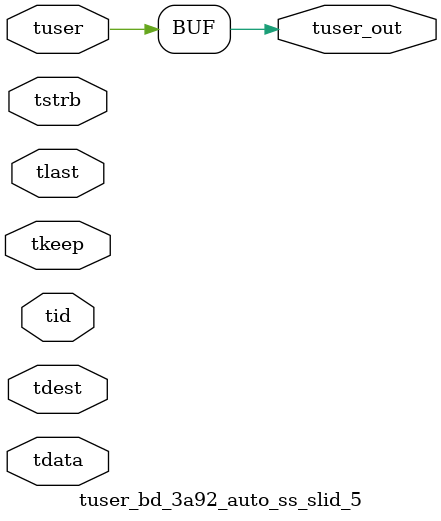
<source format=v>


`timescale 1ps/1ps

module tuser_bd_3a92_auto_ss_slid_5 #
(
parameter C_S_AXIS_TUSER_WIDTH = 1,
parameter C_S_AXIS_TDATA_WIDTH = 32,
parameter C_S_AXIS_TID_WIDTH   = 0,
parameter C_S_AXIS_TDEST_WIDTH = 0,
parameter C_M_AXIS_TUSER_WIDTH = 1
)
(
input  [(C_S_AXIS_TUSER_WIDTH == 0 ? 1 : C_S_AXIS_TUSER_WIDTH)-1:0     ] tuser,
input  [(C_S_AXIS_TDATA_WIDTH == 0 ? 1 : C_S_AXIS_TDATA_WIDTH)-1:0     ] tdata,
input  [(C_S_AXIS_TID_WIDTH   == 0 ? 1 : C_S_AXIS_TID_WIDTH)-1:0       ] tid,
input  [(C_S_AXIS_TDEST_WIDTH == 0 ? 1 : C_S_AXIS_TDEST_WIDTH)-1:0     ] tdest,
input  [(C_S_AXIS_TDATA_WIDTH/8)-1:0 ] tkeep,
input  [(C_S_AXIS_TDATA_WIDTH/8)-1:0 ] tstrb,
input                                                                    tlast,
output [C_M_AXIS_TUSER_WIDTH-1:0] tuser_out
);

assign tuser_out = {tuser[0:0]};

endmodule


</source>
